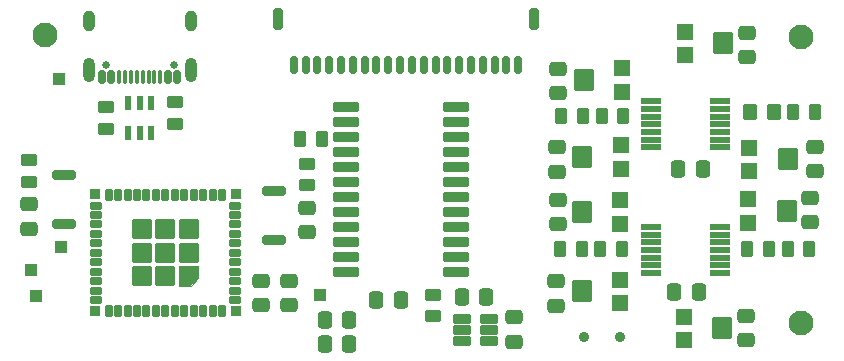
<source format=gbr>
%TF.GenerationSoftware,KiCad,Pcbnew,9.0.2*%
%TF.CreationDate,2025-11-18T20:52:18-03:00*%
%TF.ProjectId,Smart_insoles_2025_v1,536d6172-745f-4696-9e73-6f6c65735f32,rev?*%
%TF.SameCoordinates,Original*%
%TF.FileFunction,Soldermask,Top*%
%TF.FilePolarity,Negative*%
%FSLAX46Y46*%
G04 Gerber Fmt 4.6, Leading zero omitted, Abs format (unit mm)*
G04 Created by KiCad (PCBNEW 9.0.2) date 2025-11-18 20:52:18*
%MOMM*%
%LPD*%
G01*
G04 APERTURE LIST*
G04 Aperture macros list*
%AMRoundRect*
0 Rectangle with rounded corners*
0 $1 Rounding radius*
0 $2 $3 $4 $5 $6 $7 $8 $9 X,Y pos of 4 corners*
0 Add a 4 corners polygon primitive as box body*
4,1,4,$2,$3,$4,$5,$6,$7,$8,$9,$2,$3,0*
0 Add four circle primitives for the rounded corners*
1,1,$1+$1,$2,$3*
1,1,$1+$1,$4,$5*
1,1,$1+$1,$6,$7*
1,1,$1+$1,$8,$9*
0 Add four rect primitives between the rounded corners*
20,1,$1+$1,$2,$3,$4,$5,0*
20,1,$1+$1,$4,$5,$6,$7,0*
20,1,$1+$1,$6,$7,$8,$9,0*
20,1,$1+$1,$8,$9,$2,$3,0*%
G04 Aperture macros list end*
%ADD10C,0.010000*%
%ADD11RoundRect,0.250000X-0.262500X-0.450000X0.262500X-0.450000X0.262500X0.450000X-0.262500X0.450000X0*%
%ADD12R,1.000000X1.000000*%
%ADD13RoundRect,0.250000X-0.337500X-0.475000X0.337500X-0.475000X0.337500X0.475000X-0.337500X0.475000X0*%
%ADD14RoundRect,0.102000X0.600000X0.600000X-0.600000X0.600000X-0.600000X-0.600000X0.600000X-0.600000X0*%
%ADD15RoundRect,0.102000X0.750000X0.800000X-0.750000X0.800000X-0.750000X-0.800000X0.750000X-0.800000X0*%
%ADD16RoundRect,0.200000X0.800000X-0.200000X0.800000X0.200000X-0.800000X0.200000X-0.800000X-0.200000X0*%
%ADD17RoundRect,0.250000X0.262500X0.450000X-0.262500X0.450000X-0.262500X-0.450000X0.262500X-0.450000X0*%
%ADD18RoundRect,0.250000X-0.450000X0.262500X-0.450000X-0.262500X0.450000X-0.262500X0.450000X0.262500X0*%
%ADD19R,0.600000X1.200000*%
%ADD20RoundRect,0.250000X0.475000X-0.337500X0.475000X0.337500X-0.475000X0.337500X-0.475000X-0.337500X0*%
%ADD21RoundRect,0.102000X-0.600000X-0.600000X0.600000X-0.600000X0.600000X0.600000X-0.600000X0.600000X0*%
%ADD22RoundRect,0.102000X-0.750000X-0.800000X0.750000X-0.800000X0.750000X0.800000X-0.750000X0.800000X0*%
%ADD23RoundRect,0.250000X0.350000X0.450000X-0.350000X0.450000X-0.350000X-0.450000X0.350000X-0.450000X0*%
%ADD24RoundRect,0.102000X0.400000X0.200000X-0.400000X0.200000X-0.400000X-0.200000X0.400000X-0.200000X0*%
%ADD25RoundRect,0.102000X0.200000X0.400000X-0.200000X0.400000X-0.200000X-0.400000X0.200000X-0.400000X0*%
%ADD26RoundRect,0.102000X0.725000X0.725000X-0.725000X0.725000X-0.725000X-0.725000X0.725000X-0.725000X0*%
%ADD27RoundRect,0.102000X0.350000X0.350000X-0.350000X0.350000X-0.350000X-0.350000X0.350000X-0.350000X0*%
%ADD28RoundRect,0.100500X1.031500X0.301500X-1.031500X0.301500X-1.031500X-0.301500X1.031500X-0.301500X0*%
%ADD29RoundRect,0.250000X-0.475000X0.337500X-0.475000X-0.337500X0.475000X-0.337500X0.475000X0.337500X0*%
%ADD30C,0.650000*%
%ADD31RoundRect,0.150000X0.150000X0.425000X-0.150000X0.425000X-0.150000X-0.425000X0.150000X-0.425000X0*%
%ADD32RoundRect,0.075000X0.075000X0.500000X-0.075000X0.500000X-0.075000X-0.500000X0.075000X-0.500000X0*%
%ADD33O,1.000000X2.100000*%
%ADD34O,1.000000X1.800000*%
%ADD35RoundRect,0.102000X-0.736600X-0.177800X0.736600X-0.177800X0.736600X0.177800X-0.736600X0.177800X0*%
%ADD36RoundRect,0.099250X-0.662750X-0.297750X0.662750X-0.297750X0.662750X0.297750X-0.662750X0.297750X0*%
%ADD37C,2.100000*%
%ADD38RoundRect,0.250000X0.337500X0.475000X-0.337500X0.475000X-0.337500X-0.475000X0.337500X-0.475000X0*%
%ADD39RoundRect,0.150000X0.150000X0.625000X-0.150000X0.625000X-0.150000X-0.625000X0.150000X-0.625000X0*%
%ADD40RoundRect,0.200000X0.200000X0.700000X-0.200000X0.700000X-0.200000X-0.700000X0.200000X-0.700000X0*%
%ADD41C,0.900000*%
G04 APERTURE END LIST*
D10*
%TO.C,U5*%
X120625000Y-92255000D02*
X119965000Y-92915000D01*
X118975000Y-92915000D01*
X118975000Y-91265000D01*
X120625000Y-91265000D01*
X120625000Y-92255000D01*
G36*
X120625000Y-92255000D02*
G01*
X119965000Y-92915000D01*
X118975000Y-92915000D01*
X118975000Y-91265000D01*
X120625000Y-91265000D01*
X120625000Y-92255000D01*
G37*
%TD*%
D11*
%TO.C,R10*%
X151252499Y-89779763D03*
X153077499Y-89779763D03*
%TD*%
D12*
%TO.C,TX*%
X106875000Y-93790000D03*
%TD*%
D13*
%TO.C,C17*%
X160902499Y-93431963D03*
X162977499Y-93431963D03*
%TD*%
D14*
%TO.C,R5*%
X156375000Y-83025000D03*
D15*
X153125000Y-82025000D03*
D14*
X156375000Y-81025000D03*
%TD*%
D16*
%TO.C,SW1*%
X127050000Y-89050000D03*
X127050000Y-84850000D03*
%TD*%
D17*
%TO.C,R14*%
X172336165Y-89802400D03*
X170511165Y-89802400D03*
%TD*%
D11*
%TO.C,R3*%
X154781299Y-78534363D03*
X156606299Y-78534363D03*
%TD*%
D18*
%TO.C,R22*%
X129850000Y-82565000D03*
X129850000Y-84390000D03*
%TD*%
D19*
%TO.C,IC1*%
X114700000Y-79965000D03*
X115650000Y-79965000D03*
X116600000Y-79965000D03*
X116600000Y-77465000D03*
X115650000Y-77465000D03*
X114700000Y-77465000D03*
%TD*%
D20*
%TO.C,C13*%
X151052499Y-87717263D03*
X151052499Y-85642263D03*
%TD*%
D21*
%TO.C,R16*%
X167167000Y-85560400D03*
D22*
X170417000Y-86560400D03*
D21*
X167167000Y-87560400D03*
%TD*%
D23*
%TO.C,R8*%
X169345800Y-78176600D03*
X167345800Y-78176600D03*
%TD*%
D24*
%TO.C,U5*%
X123725000Y-94115000D03*
X123725000Y-93315000D03*
X123725000Y-92515000D03*
X123725000Y-91715000D03*
X123725000Y-90915000D03*
X123725000Y-90115000D03*
X123725000Y-89315000D03*
X123725000Y-88515000D03*
X123725000Y-87715000D03*
X123725000Y-86915000D03*
X123725000Y-86115000D03*
D25*
X122625000Y-85215000D03*
X121825000Y-85215000D03*
X121025000Y-85215000D03*
X120225000Y-85215000D03*
X119425000Y-85215000D03*
X118625000Y-85215000D03*
X117825000Y-85215000D03*
X117025000Y-85215000D03*
X116225000Y-85215000D03*
X115425000Y-85215000D03*
X114625000Y-85215000D03*
X113825000Y-85215000D03*
X113025000Y-85215000D03*
D24*
X111925000Y-86115000D03*
X111925000Y-86915000D03*
X111925000Y-87715000D03*
X111925000Y-88515000D03*
X111925000Y-89315000D03*
X111925000Y-90115000D03*
X111925000Y-90915000D03*
X111925000Y-91715000D03*
X111925000Y-92515000D03*
X111925000Y-93315000D03*
X111925000Y-94115000D03*
D25*
X113025000Y-95015000D03*
X113825000Y-95015000D03*
X114625000Y-95015000D03*
X115425000Y-95015000D03*
X116225000Y-95015000D03*
X117025000Y-95015000D03*
X117825000Y-95015000D03*
X118625000Y-95015000D03*
X119425000Y-95015000D03*
X120225000Y-95015000D03*
X121025000Y-95015000D03*
X121825000Y-95015000D03*
X122625000Y-95015000D03*
D26*
X117825000Y-92090000D03*
X115850000Y-92090000D03*
X115850000Y-90115000D03*
X115850000Y-88140000D03*
X117825000Y-88140000D03*
X119800000Y-88140000D03*
X119800000Y-90115000D03*
X117825000Y-90115000D03*
D27*
X111875000Y-95065000D03*
X111875000Y-85165000D03*
X123775000Y-85165000D03*
X123775000Y-95065000D03*
%TD*%
D17*
%TO.C,R15*%
X168917000Y-89760400D03*
X167092000Y-89760400D03*
%TD*%
D21*
%TO.C,R7*%
X167274500Y-81207000D03*
D22*
X170524500Y-82207000D03*
D21*
X167274500Y-83207000D03*
%TD*%
D13*
%TO.C,C26*%
X131337500Y-97825000D03*
X133412500Y-97825000D03*
%TD*%
D14*
%TO.C,R17*%
X156352499Y-94379763D03*
D15*
X153102499Y-93379763D03*
D14*
X156352499Y-92379763D03*
%TD*%
D28*
%TO.C,U2*%
X142430000Y-91735000D03*
X142430000Y-90465000D03*
X142430000Y-89195000D03*
X142430000Y-87925000D03*
X142430000Y-86655000D03*
X142430000Y-85385000D03*
X142430000Y-84115000D03*
X142430000Y-82845000D03*
X142430000Y-81575000D03*
X142430000Y-80305000D03*
X142430000Y-79035000D03*
X142430000Y-77765000D03*
X133150000Y-77765000D03*
X133150000Y-79035000D03*
X133150000Y-80305000D03*
X133150000Y-81575000D03*
X133150000Y-82845000D03*
X133150000Y-84115000D03*
X133150000Y-85385000D03*
X133150000Y-86655000D03*
X133150000Y-87925000D03*
X133150000Y-89195000D03*
X133150000Y-90465000D03*
X133150000Y-91735000D03*
%TD*%
D29*
%TO.C,C6*%
X172845300Y-81119500D03*
X172845300Y-83194500D03*
%TD*%
D17*
%TO.C,R6*%
X172799500Y-78207000D03*
X170974500Y-78207000D03*
%TD*%
D13*
%TO.C,C25*%
X131337500Y-95825000D03*
X133412500Y-95825000D03*
%TD*%
D20*
%TO.C,C12*%
X150902499Y-94617263D03*
X150902499Y-92542263D03*
%TD*%
%TO.C,C5*%
X147340000Y-97632500D03*
X147340000Y-95557500D03*
%TD*%
D17*
%TO.C,R1*%
X131090000Y-80450000D03*
X129265000Y-80450000D03*
%TD*%
D12*
%TO.C,TP2*%
X130925000Y-93725000D03*
%TD*%
D16*
%TO.C,SW2*%
X109250000Y-87702500D03*
X109250000Y-83502500D03*
%TD*%
D21*
%TO.C,R9*%
X161785499Y-71384363D03*
D22*
X165035499Y-72384363D03*
D21*
X161785499Y-73384363D03*
%TD*%
D20*
%TO.C,C21*%
X129850000Y-88365000D03*
X129850000Y-86290000D03*
%TD*%
D30*
%TO.C,J2*%
X118540000Y-74180000D03*
X112760000Y-74180000D03*
D31*
X118850000Y-75255000D03*
X118050000Y-75255000D03*
D32*
X116900000Y-75255000D03*
X115900000Y-75255000D03*
X115400000Y-75255000D03*
X114400000Y-75255000D03*
D31*
X113250000Y-75255000D03*
X112450000Y-75255000D03*
X112450000Y-75255000D03*
X113250000Y-75255000D03*
D32*
X113900000Y-75255000D03*
X114900000Y-75255000D03*
X116400000Y-75255000D03*
X117400000Y-75255000D03*
D31*
X118050000Y-75255000D03*
X118850000Y-75255000D03*
D33*
X119970000Y-74680000D03*
D34*
X119970000Y-70500000D03*
D33*
X111330000Y-74680000D03*
D34*
X111330000Y-70500000D03*
%TD*%
D35*
%TO.C,U9*%
X158914499Y-87928563D03*
X158914499Y-88588963D03*
X158914499Y-89223963D03*
X158914499Y-89884363D03*
X158914499Y-90544763D03*
X158914499Y-91179763D03*
X158914499Y-91840163D03*
X164756499Y-91840163D03*
X164756499Y-91179763D03*
X164756499Y-90544763D03*
X164756499Y-89884363D03*
X164756499Y-89223963D03*
X164756499Y-88588963D03*
X164756499Y-87928563D03*
%TD*%
D12*
%TO.C,VBUS*%
X108850000Y-75415000D03*
%TD*%
D36*
%TO.C,U4*%
X142910000Y-95715000D03*
X142910000Y-96665000D03*
X142910000Y-97615000D03*
X145200000Y-97615000D03*
X145200000Y-96665000D03*
X145200000Y-95715000D03*
%TD*%
D37*
%TO.C,H1*%
X107650000Y-71665000D03*
%TD*%
D13*
%TO.C,C4*%
X142897999Y-93884363D03*
X144972999Y-93884363D03*
%TD*%
D20*
%TO.C,C20*%
X106250000Y-88102500D03*
X106250000Y-86027500D03*
%TD*%
D29*
%TO.C,C3*%
X128325000Y-92490000D03*
X128325000Y-94565000D03*
%TD*%
D20*
%TO.C,C7*%
X151107434Y-76621863D03*
X151107434Y-74546863D03*
%TD*%
D29*
%TO.C,C9*%
X167100000Y-71465900D03*
X167100000Y-73540900D03*
%TD*%
%TO.C,C10*%
X166950000Y-95427500D03*
X166950000Y-97502500D03*
%TD*%
D14*
%TO.C,R2*%
X156500000Y-76475000D03*
D15*
X153250000Y-75475000D03*
D14*
X156500000Y-74475000D03*
%TD*%
D12*
%TO.C,GND*%
X109025000Y-89600000D03*
%TD*%
D35*
%TO.C,U8*%
X158960499Y-77284363D03*
X158960499Y-77944763D03*
X158960499Y-78579763D03*
X158960499Y-79240163D03*
X158960499Y-79900563D03*
X158960499Y-80535563D03*
X158960499Y-81195963D03*
X164802499Y-81195963D03*
X164802499Y-80535563D03*
X164802499Y-79900563D03*
X164802499Y-79240163D03*
X164802499Y-78579763D03*
X164802499Y-77944763D03*
X164802499Y-77284363D03*
%TD*%
D20*
%TO.C,C8*%
X150980335Y-83262500D03*
X150980335Y-81187500D03*
%TD*%
D37*
%TO.C,H3*%
X171650000Y-71865000D03*
%TD*%
D38*
%TO.C,C1*%
X137762500Y-94075000D03*
X135687500Y-94075000D03*
%TD*%
D29*
%TO.C,C11*%
X172417000Y-85472900D03*
X172417000Y-87547900D03*
%TD*%
D18*
%TO.C,R23*%
X112800000Y-77790000D03*
X112800000Y-79615000D03*
%TD*%
D14*
%TO.C,R12*%
X156352499Y-87679763D03*
D15*
X153102499Y-86679763D03*
D14*
X156352499Y-85679763D03*
%TD*%
D18*
%TO.C,R18*%
X140525000Y-93665000D03*
X140525000Y-95490000D03*
%TD*%
D29*
%TO.C,C2*%
X125900000Y-92477500D03*
X125900000Y-94552500D03*
%TD*%
D11*
%TO.C,R4*%
X151347499Y-78576363D03*
X153172499Y-78576363D03*
%TD*%
%TO.C,R11*%
X154640499Y-89779763D03*
X156465499Y-89779763D03*
%TD*%
D39*
%TO.C,J1*%
X147700000Y-74215000D03*
X146700000Y-74215000D03*
X145700000Y-74215000D03*
X144700000Y-74215000D03*
X143700000Y-74215000D03*
X142700000Y-74215000D03*
X141700000Y-74215000D03*
X140700000Y-74215000D03*
X139700000Y-74215000D03*
X138700000Y-74215000D03*
X137700000Y-74215000D03*
X136700000Y-74215000D03*
X135700000Y-74215000D03*
X134700000Y-74215000D03*
X133700000Y-74215000D03*
X132700000Y-74215000D03*
X131700000Y-74215000D03*
X130700000Y-74215000D03*
X129700000Y-74215000D03*
X128700000Y-74215000D03*
D40*
X149000000Y-70340000D03*
X127400000Y-70340000D03*
%TD*%
D18*
%TO.C,R30*%
X118600000Y-77382500D03*
X118600000Y-79207500D03*
%TD*%
D21*
%TO.C,R19*%
X161700000Y-95515000D03*
D22*
X164950000Y-96515000D03*
D21*
X161700000Y-97515000D03*
%TD*%
D18*
%TO.C,R29*%
X106250000Y-82290000D03*
X106250000Y-84115000D03*
%TD*%
D12*
%TO.C,RX*%
X106450000Y-91615000D03*
%TD*%
D37*
%TO.C,H2*%
X171650000Y-96065000D03*
%TD*%
D13*
%TO.C,C18*%
X161262500Y-83050000D03*
X163337500Y-83050000D03*
%TD*%
D41*
%TO.C,SW3*%
X156275000Y-97235000D03*
X153275000Y-97235000D03*
%TD*%
M02*

</source>
